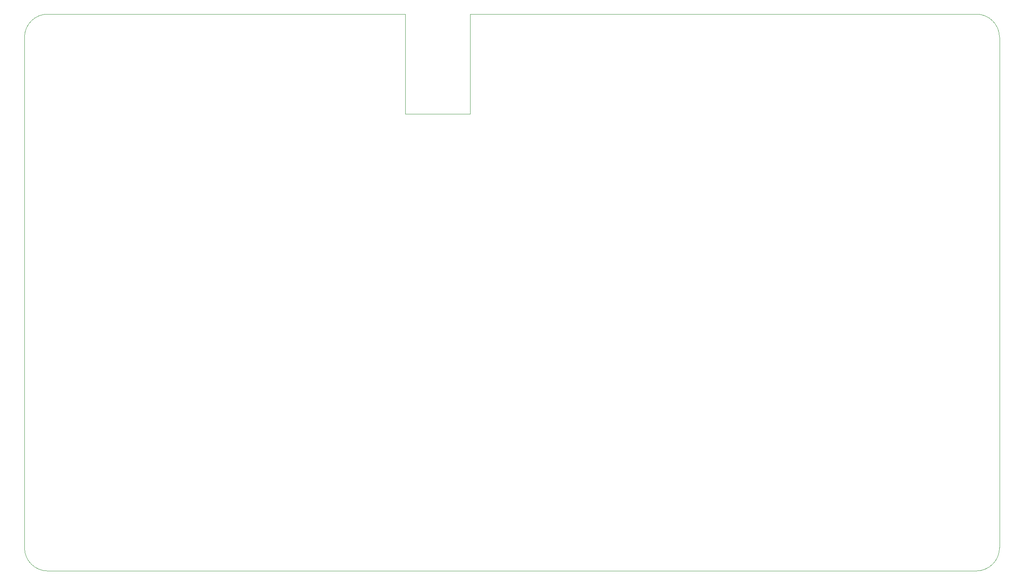
<source format=gbr>
%TF.GenerationSoftware,KiCad,Pcbnew,7.0.6*%
%TF.CreationDate,2024-02-01T15:41:42-05:00*%
%TF.ProjectId,Kolbebox_USB_Passthrough,4b6f6c62-6562-46f7-985f-5553425f5061,rev?*%
%TF.SameCoordinates,Original*%
%TF.FileFunction,Profile,NP*%
%FSLAX46Y46*%
G04 Gerber Fmt 4.6, Leading zero omitted, Abs format (unit mm)*
G04 Created by KiCad (PCBNEW 7.0.6) date 2024-02-01 15:41:42*
%MOMM*%
%LPD*%
G01*
G04 APERTURE LIST*
%TA.AperFunction,Profile*%
%ADD10C,0.050000*%
%TD*%
G04 APERTURE END LIST*
D10*
X250000000Y-35000000D02*
X250000000Y-145000000D01*
X245000000Y-150000000D02*
X45000000Y-150000000D01*
X40000000Y-145000000D02*
X40000000Y-35000000D01*
X45000000Y-30000000D02*
X122000000Y-30000000D01*
X136000000Y-30000000D02*
X245000000Y-30000000D01*
X122000000Y-30000000D02*
X122000000Y-51500000D01*
X45000000Y-30000000D02*
G75*
G03*
X40000000Y-35000000I0J-5000000D01*
G01*
X136000000Y-51500000D02*
X136000000Y-30000000D01*
X40000000Y-145000000D02*
G75*
G03*
X45000000Y-150000000I5000000J0D01*
G01*
X245000000Y-150000000D02*
G75*
G03*
X250000000Y-145000000I0J5000000D01*
G01*
X250000000Y-35000000D02*
G75*
G03*
X245000000Y-30000000I-5000000J0D01*
G01*
X122000000Y-51500000D02*
X136000000Y-51500000D01*
M02*

</source>
